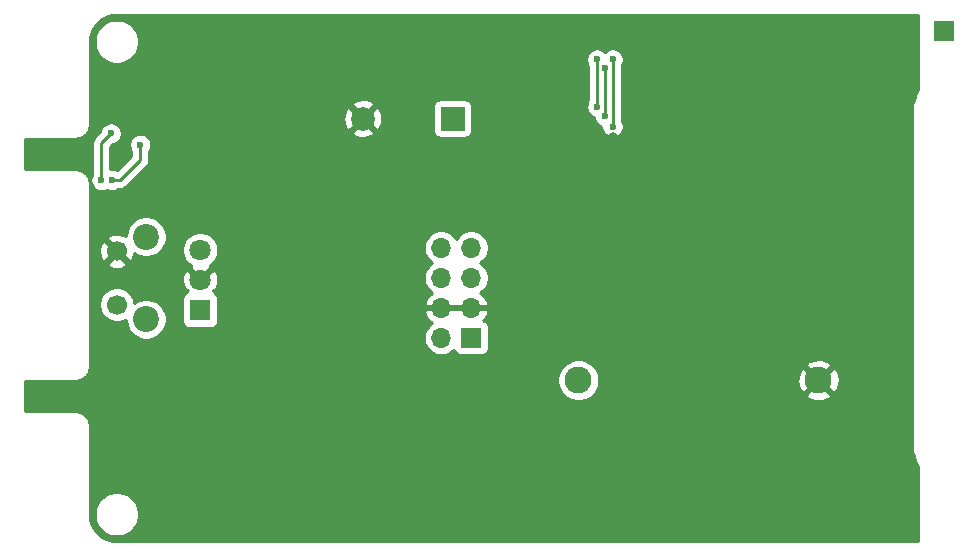
<source format=gbr>
G04 #@! TF.GenerationSoftware,KiCad,Pcbnew,5.1.8-db9833491~87~ubuntu20.04.1*
G04 #@! TF.CreationDate,2020-11-19T10:24:25+01:00*
G04 #@! TF.ProjectId,malory,6d616c6f-7279-42e6-9b69-6361645f7063,v1.0*
G04 #@! TF.SameCoordinates,Original*
G04 #@! TF.FileFunction,Copper,L2,Bot*
G04 #@! TF.FilePolarity,Positive*
%FSLAX46Y46*%
G04 Gerber Fmt 4.6, Leading zero omitted, Abs format (unit mm)*
G04 Created by KiCad (PCBNEW 5.1.8-db9833491~87~ubuntu20.04.1) date 2020-11-19 10:24:25*
%MOMM*%
%LPD*%
G01*
G04 APERTURE LIST*
G04 #@! TA.AperFunction,ComponentPad*
%ADD10R,2.000000X2.000000*%
G04 #@! TD*
G04 #@! TA.AperFunction,ComponentPad*
%ADD11C,2.000000*%
G04 #@! TD*
G04 #@! TA.AperFunction,ComponentPad*
%ADD12R,1.800000X1.800000*%
G04 #@! TD*
G04 #@! TA.AperFunction,ComponentPad*
%ADD13C,1.800000*%
G04 #@! TD*
G04 #@! TA.AperFunction,ComponentPad*
%ADD14R,1.700000X1.700000*%
G04 #@! TD*
G04 #@! TA.AperFunction,ComponentPad*
%ADD15O,1.700000X1.700000*%
G04 #@! TD*
G04 #@! TA.AperFunction,ComponentPad*
%ADD16C,2.286000*%
G04 #@! TD*
G04 #@! TA.AperFunction,ComponentPad*
%ADD17C,2.200000*%
G04 #@! TD*
G04 #@! TA.AperFunction,ComponentPad*
%ADD18C,1.700000*%
G04 #@! TD*
G04 #@! TA.AperFunction,ViaPad*
%ADD19C,0.800000*%
G04 #@! TD*
G04 #@! TA.AperFunction,ViaPad*
%ADD20C,0.600000*%
G04 #@! TD*
G04 #@! TA.AperFunction,Conductor*
%ADD21C,0.250000*%
G04 #@! TD*
G04 #@! TA.AperFunction,Conductor*
%ADD22C,0.254000*%
G04 #@! TD*
G04 #@! TA.AperFunction,Conductor*
%ADD23C,0.100000*%
G04 #@! TD*
G04 APERTURE END LIST*
D10*
X140930000Y-89000000D03*
D11*
X133330000Y-89000000D03*
D12*
X119570000Y-105210000D03*
D13*
X119570000Y-102670000D03*
X119570000Y-100130000D03*
D14*
X182500000Y-81610000D03*
X142510000Y-107560000D03*
D15*
X139970000Y-107560000D03*
X142510000Y-105020000D03*
X139970000Y-105020000D03*
X142510000Y-102480000D03*
X139970000Y-102480000D03*
X142510000Y-99940000D03*
X139970000Y-99940000D03*
D16*
X171910000Y-111160000D03*
X151590000Y-111160000D03*
D17*
X115000000Y-99000000D03*
X115000000Y-106000000D03*
D18*
X112500000Y-100250000D03*
X112500000Y-104750000D03*
D19*
X161950000Y-82020000D03*
X161939999Y-95980000D03*
D20*
X109500000Y-91285010D03*
D19*
X150750000Y-98630000D03*
D20*
X106517247Y-91429808D03*
X105630000Y-112749998D03*
D19*
X110999996Y-114325000D03*
X154450000Y-96870004D03*
X178040000Y-83119996D03*
X158950000Y-87100000D03*
X154475000Y-90600000D03*
X157750000Y-93700000D03*
X114100000Y-114325000D03*
D20*
X153175000Y-84000000D03*
X153175000Y-88000000D03*
X153825000Y-88800000D03*
X153825000Y-84700000D03*
X154475000Y-84000000D03*
X154475000Y-89675000D03*
X112000000Y-90259998D03*
X111200000Y-94200000D03*
X112100000Y-94200000D03*
X114490004Y-91210000D03*
D21*
X153175000Y-88000000D02*
X153175000Y-84000000D01*
X153825000Y-88800000D02*
X153825000Y-84700000D01*
X154475000Y-84424998D02*
X154475000Y-84000000D01*
X154475000Y-89675000D02*
X154475000Y-84424998D01*
X111200000Y-91059998D02*
X111200000Y-93775736D01*
X111200000Y-93775736D02*
X111200000Y-94200000D01*
X112000000Y-90259998D02*
X111200000Y-91059998D01*
X114500000Y-91219996D02*
X114490004Y-91210000D01*
X114500000Y-92500000D02*
X114500000Y-91219996D01*
X112100000Y-94200000D02*
X112800000Y-94200000D01*
X112800000Y-94200000D02*
X114500000Y-92500000D01*
D22*
X180373000Y-86509026D02*
X180099469Y-87023465D01*
X180074952Y-87082947D01*
X180049596Y-87142107D01*
X180046665Y-87151577D01*
X179877438Y-87712085D01*
X179864937Y-87775221D01*
X179851560Y-87838154D01*
X179850524Y-87848013D01*
X179793439Y-88430210D01*
X179790000Y-88465124D01*
X179790001Y-116534877D01*
X179793125Y-116566601D01*
X179792995Y-116585293D01*
X179793962Y-116595159D01*
X179855163Y-117177449D01*
X179868104Y-117240493D01*
X179880161Y-117303697D01*
X179883025Y-117313179D01*
X179883026Y-117313186D01*
X179883029Y-117313192D01*
X180056164Y-117872501D01*
X180081093Y-117931805D01*
X180105206Y-117991487D01*
X180109860Y-118000239D01*
X180373000Y-118486908D01*
X180373000Y-124790000D01*
X112534721Y-124790000D01*
X112055867Y-124743048D01*
X111628647Y-124614063D01*
X111234616Y-124404554D01*
X110888786Y-124122501D01*
X110604328Y-123778651D01*
X110392073Y-123386093D01*
X110260109Y-122959788D01*
X110210000Y-122483036D01*
X110210000Y-122314344D01*
X110615000Y-122314344D01*
X110615000Y-122685656D01*
X110687439Y-123049834D01*
X110829534Y-123392882D01*
X111035825Y-123701618D01*
X111298382Y-123964175D01*
X111607118Y-124170466D01*
X111950166Y-124312561D01*
X112314344Y-124385000D01*
X112685656Y-124385000D01*
X113049834Y-124312561D01*
X113392882Y-124170466D01*
X113701618Y-123964175D01*
X113964175Y-123701618D01*
X114170466Y-123392882D01*
X114312561Y-123049834D01*
X114385000Y-122685656D01*
X114385000Y-122314344D01*
X114312561Y-121950166D01*
X114170466Y-121607118D01*
X113964175Y-121298382D01*
X113701618Y-121035825D01*
X113392882Y-120829534D01*
X113049834Y-120687439D01*
X112685656Y-120615000D01*
X112314344Y-120615000D01*
X111950166Y-120687439D01*
X111607118Y-120829534D01*
X111298382Y-121035825D01*
X111035825Y-121298382D01*
X110829534Y-121607118D01*
X110687439Y-121950166D01*
X110615000Y-122314344D01*
X110210000Y-122314344D01*
X110210000Y-114965123D01*
X110207045Y-114935123D01*
X110207066Y-114932161D01*
X110206099Y-114922295D01*
X110201061Y-114874363D01*
X110199727Y-114860816D01*
X110199590Y-114860364D01*
X110195899Y-114825247D01*
X110182958Y-114762203D01*
X110170901Y-114698999D01*
X110168036Y-114689509D01*
X110139180Y-114596290D01*
X110114253Y-114536991D01*
X110090135Y-114477298D01*
X110085481Y-114468545D01*
X110039068Y-114382708D01*
X110003102Y-114329388D01*
X109967848Y-114275514D01*
X109961582Y-114267832D01*
X109899381Y-114192643D01*
X109853731Y-114147311D01*
X109808701Y-114101327D01*
X109801062Y-114095008D01*
X109725441Y-114033332D01*
X109671853Y-113997728D01*
X109618738Y-113961359D01*
X109610017Y-113956644D01*
X109523856Y-113910832D01*
X109464388Y-113886321D01*
X109405220Y-113860962D01*
X109395751Y-113858031D01*
X109302333Y-113829826D01*
X109239213Y-113817328D01*
X109176257Y-113803946D01*
X109166398Y-113802910D01*
X109069281Y-113793388D01*
X109069277Y-113793388D01*
X109034877Y-113790000D01*
X104710000Y-113790000D01*
X104710000Y-111210000D01*
X109034877Y-111210000D01*
X109064877Y-111207045D01*
X109067839Y-111207066D01*
X109077705Y-111206099D01*
X109125645Y-111201060D01*
X109139184Y-111199727D01*
X109139636Y-111199590D01*
X109174754Y-111195899D01*
X109237811Y-111182955D01*
X109301001Y-111170901D01*
X109310491Y-111168036D01*
X109403710Y-111139180D01*
X109463021Y-111114248D01*
X109522702Y-111090135D01*
X109531454Y-111085481D01*
X109617292Y-111039068D01*
X109670612Y-111003102D01*
X109698455Y-110984882D01*
X149812000Y-110984882D01*
X149812000Y-111335118D01*
X149880328Y-111678623D01*
X150014357Y-112002199D01*
X150208937Y-112293409D01*
X150456591Y-112541063D01*
X150747801Y-112735643D01*
X151071377Y-112869672D01*
X151414882Y-112938000D01*
X151765118Y-112938000D01*
X152108623Y-112869672D01*
X152432199Y-112735643D01*
X152723409Y-112541063D01*
X152867112Y-112397360D01*
X170852245Y-112397360D01*
X170965264Y-112676384D01*
X171279249Y-112831556D01*
X171617473Y-112922491D01*
X171966938Y-112945694D01*
X172314216Y-112900275D01*
X172645960Y-112787977D01*
X172854736Y-112676384D01*
X172967755Y-112397360D01*
X171910000Y-111339605D01*
X170852245Y-112397360D01*
X152867112Y-112397360D01*
X152971063Y-112293409D01*
X153165643Y-112002199D01*
X153299672Y-111678623D01*
X153368000Y-111335118D01*
X153368000Y-111216938D01*
X170124306Y-111216938D01*
X170169725Y-111564216D01*
X170282023Y-111895960D01*
X170393616Y-112104736D01*
X170672640Y-112217755D01*
X171730395Y-111160000D01*
X172089605Y-111160000D01*
X173147360Y-112217755D01*
X173426384Y-112104736D01*
X173581556Y-111790751D01*
X173672491Y-111452527D01*
X173695694Y-111103062D01*
X173650275Y-110755784D01*
X173537977Y-110424040D01*
X173426384Y-110215264D01*
X173147360Y-110102245D01*
X172089605Y-111160000D01*
X171730395Y-111160000D01*
X170672640Y-110102245D01*
X170393616Y-110215264D01*
X170238444Y-110529249D01*
X170147509Y-110867473D01*
X170124306Y-111216938D01*
X153368000Y-111216938D01*
X153368000Y-110984882D01*
X153299672Y-110641377D01*
X153165643Y-110317801D01*
X152971063Y-110026591D01*
X152867112Y-109922640D01*
X170852245Y-109922640D01*
X171910000Y-110980395D01*
X172967755Y-109922640D01*
X172854736Y-109643616D01*
X172540751Y-109488444D01*
X172202527Y-109397509D01*
X171853062Y-109374306D01*
X171505784Y-109419725D01*
X171174040Y-109532023D01*
X170965264Y-109643616D01*
X170852245Y-109922640D01*
X152867112Y-109922640D01*
X152723409Y-109778937D01*
X152432199Y-109584357D01*
X152108623Y-109450328D01*
X151765118Y-109382000D01*
X151414882Y-109382000D01*
X151071377Y-109450328D01*
X150747801Y-109584357D01*
X150456591Y-109778937D01*
X150208937Y-110026591D01*
X150014357Y-110317801D01*
X149880328Y-110641377D01*
X149812000Y-110984882D01*
X109698455Y-110984882D01*
X109724486Y-110967848D01*
X109732168Y-110961583D01*
X109807357Y-110899381D01*
X109852689Y-110853731D01*
X109898673Y-110808701D01*
X109904992Y-110801062D01*
X109966668Y-110725441D01*
X110002272Y-110671853D01*
X110038641Y-110618738D01*
X110043356Y-110610017D01*
X110089168Y-110523856D01*
X110113679Y-110464388D01*
X110139038Y-110405220D01*
X110141969Y-110395751D01*
X110170174Y-110302333D01*
X110182672Y-110239213D01*
X110196054Y-110176257D01*
X110197090Y-110166398D01*
X110206612Y-110069281D01*
X110206612Y-110069277D01*
X110210000Y-110034877D01*
X110210000Y-104603740D01*
X111015000Y-104603740D01*
X111015000Y-104896260D01*
X111072068Y-105183158D01*
X111184010Y-105453411D01*
X111346525Y-105696632D01*
X111553368Y-105903475D01*
X111796589Y-106065990D01*
X112066842Y-106177932D01*
X112353740Y-106235000D01*
X112646260Y-106235000D01*
X112933158Y-106177932D01*
X113203411Y-106065990D01*
X113265000Y-106024838D01*
X113265000Y-106170883D01*
X113331675Y-106506081D01*
X113462463Y-106821831D01*
X113652337Y-107105998D01*
X113894002Y-107347663D01*
X114178169Y-107537537D01*
X114493919Y-107668325D01*
X114829117Y-107735000D01*
X115170883Y-107735000D01*
X115506081Y-107668325D01*
X115821831Y-107537537D01*
X116007106Y-107413740D01*
X138485000Y-107413740D01*
X138485000Y-107706260D01*
X138542068Y-107993158D01*
X138654010Y-108263411D01*
X138816525Y-108506632D01*
X139023368Y-108713475D01*
X139266589Y-108875990D01*
X139536842Y-108987932D01*
X139823740Y-109045000D01*
X140116260Y-109045000D01*
X140403158Y-108987932D01*
X140673411Y-108875990D01*
X140916632Y-108713475D01*
X141048487Y-108581620D01*
X141070498Y-108654180D01*
X141129463Y-108764494D01*
X141208815Y-108861185D01*
X141305506Y-108940537D01*
X141415820Y-108999502D01*
X141535518Y-109035812D01*
X141660000Y-109048072D01*
X143360000Y-109048072D01*
X143484482Y-109035812D01*
X143604180Y-108999502D01*
X143714494Y-108940537D01*
X143811185Y-108861185D01*
X143890537Y-108764494D01*
X143949502Y-108654180D01*
X143985812Y-108534482D01*
X143998072Y-108410000D01*
X143998072Y-106710000D01*
X143985812Y-106585518D01*
X143949502Y-106465820D01*
X143890537Y-106355506D01*
X143811185Y-106258815D01*
X143714494Y-106179463D01*
X143604180Y-106120498D01*
X143523534Y-106096034D01*
X143607588Y-106020269D01*
X143781641Y-105786920D01*
X143906825Y-105524099D01*
X143951476Y-105376890D01*
X143830155Y-105147000D01*
X142637000Y-105147000D01*
X142637000Y-105167000D01*
X142383000Y-105167000D01*
X142383000Y-105147000D01*
X140097000Y-105147000D01*
X140097000Y-105167000D01*
X139843000Y-105167000D01*
X139843000Y-105147000D01*
X138649845Y-105147000D01*
X138528524Y-105376890D01*
X138573175Y-105524099D01*
X138698359Y-105786920D01*
X138872412Y-106020269D01*
X139088645Y-106215178D01*
X139205534Y-106284805D01*
X139023368Y-106406525D01*
X138816525Y-106613368D01*
X138654010Y-106856589D01*
X138542068Y-107126842D01*
X138485000Y-107413740D01*
X116007106Y-107413740D01*
X116105998Y-107347663D01*
X116347663Y-107105998D01*
X116537537Y-106821831D01*
X116668325Y-106506081D01*
X116735000Y-106170883D01*
X116735000Y-105829117D01*
X116668325Y-105493919D01*
X116537537Y-105178169D01*
X116347663Y-104894002D01*
X116105998Y-104652337D01*
X115821831Y-104462463D01*
X115506081Y-104331675D01*
X115170883Y-104265000D01*
X114829117Y-104265000D01*
X114493919Y-104331675D01*
X114178169Y-104462463D01*
X113982857Y-104592966D01*
X113927932Y-104316842D01*
X113815990Y-104046589D01*
X113653475Y-103803368D01*
X113446632Y-103596525D01*
X113203411Y-103434010D01*
X112933158Y-103322068D01*
X112646260Y-103265000D01*
X112353740Y-103265000D01*
X112066842Y-103322068D01*
X111796589Y-103434010D01*
X111553368Y-103596525D01*
X111346525Y-103803368D01*
X111184010Y-104046589D01*
X111072068Y-104316842D01*
X111015000Y-104603740D01*
X110210000Y-104603740D01*
X110210000Y-102736553D01*
X118029009Y-102736553D01*
X118071603Y-103035907D01*
X118171778Y-103321199D01*
X118251739Y-103470792D01*
X118505918Y-103554474D01*
X118389970Y-103670422D01*
X118436735Y-103717187D01*
X118425820Y-103720498D01*
X118315506Y-103779463D01*
X118218815Y-103858815D01*
X118139463Y-103955506D01*
X118080498Y-104065820D01*
X118044188Y-104185518D01*
X118031928Y-104310000D01*
X118031928Y-106110000D01*
X118044188Y-106234482D01*
X118080498Y-106354180D01*
X118139463Y-106464494D01*
X118218815Y-106561185D01*
X118315506Y-106640537D01*
X118425820Y-106699502D01*
X118545518Y-106735812D01*
X118670000Y-106748072D01*
X120470000Y-106748072D01*
X120594482Y-106735812D01*
X120714180Y-106699502D01*
X120824494Y-106640537D01*
X120921185Y-106561185D01*
X121000537Y-106464494D01*
X121059502Y-106354180D01*
X121095812Y-106234482D01*
X121108072Y-106110000D01*
X121108072Y-104310000D01*
X121095812Y-104185518D01*
X121059502Y-104065820D01*
X121000537Y-103955506D01*
X120921185Y-103858815D01*
X120824494Y-103779463D01*
X120714180Y-103720498D01*
X120703265Y-103717187D01*
X120750030Y-103670422D01*
X120634082Y-103554474D01*
X120888261Y-103470792D01*
X121019158Y-103198225D01*
X121094365Y-102905358D01*
X121110991Y-102603447D01*
X121068397Y-102304093D01*
X120968222Y-102018801D01*
X120888261Y-101869208D01*
X120634080Y-101785525D01*
X119749605Y-102670000D01*
X119763748Y-102684143D01*
X119584143Y-102863748D01*
X119570000Y-102849605D01*
X119555858Y-102863748D01*
X119376253Y-102684143D01*
X119390395Y-102670000D01*
X118505920Y-101785525D01*
X118251739Y-101869208D01*
X118120842Y-102141775D01*
X118045635Y-102434642D01*
X118029009Y-102736553D01*
X110210000Y-102736553D01*
X110210000Y-101278397D01*
X111651208Y-101278397D01*
X111728843Y-101527472D01*
X111992883Y-101653371D01*
X112276411Y-101725339D01*
X112568531Y-101740611D01*
X112858019Y-101698599D01*
X113133747Y-101600919D01*
X113271157Y-101527472D01*
X113348792Y-101278397D01*
X112500000Y-100429605D01*
X111651208Y-101278397D01*
X110210000Y-101278397D01*
X110210000Y-100318531D01*
X111009389Y-100318531D01*
X111051401Y-100608019D01*
X111149081Y-100883747D01*
X111222528Y-101021157D01*
X111471603Y-101098792D01*
X112320395Y-100250000D01*
X111471603Y-99401208D01*
X111222528Y-99478843D01*
X111096629Y-99742883D01*
X111024661Y-100026411D01*
X111009389Y-100318531D01*
X110210000Y-100318531D01*
X110210000Y-99221603D01*
X111651208Y-99221603D01*
X112500000Y-100070395D01*
X112514143Y-100056253D01*
X112693748Y-100235858D01*
X112679605Y-100250000D01*
X113528397Y-101098792D01*
X113777472Y-101021157D01*
X113903371Y-100757117D01*
X113975339Y-100473589D01*
X113978955Y-100404427D01*
X114178169Y-100537537D01*
X114493919Y-100668325D01*
X114829117Y-100735000D01*
X115170883Y-100735000D01*
X115506081Y-100668325D01*
X115821831Y-100537537D01*
X116105998Y-100347663D01*
X116347663Y-100105998D01*
X116432643Y-99978816D01*
X118035000Y-99978816D01*
X118035000Y-100281184D01*
X118093989Y-100577743D01*
X118209701Y-100857095D01*
X118377688Y-101108505D01*
X118591495Y-101322312D01*
X118745105Y-101424951D01*
X118685525Y-101605920D01*
X119570000Y-102490395D01*
X120454475Y-101605920D01*
X120394895Y-101424951D01*
X120548505Y-101322312D01*
X120762312Y-101108505D01*
X120930299Y-100857095D01*
X121046011Y-100577743D01*
X121105000Y-100281184D01*
X121105000Y-99978816D01*
X121068187Y-99793740D01*
X138485000Y-99793740D01*
X138485000Y-100086260D01*
X138542068Y-100373158D01*
X138654010Y-100643411D01*
X138816525Y-100886632D01*
X139023368Y-101093475D01*
X139197760Y-101210000D01*
X139023368Y-101326525D01*
X138816525Y-101533368D01*
X138654010Y-101776589D01*
X138542068Y-102046842D01*
X138485000Y-102333740D01*
X138485000Y-102626260D01*
X138542068Y-102913158D01*
X138654010Y-103183411D01*
X138816525Y-103426632D01*
X139023368Y-103633475D01*
X139205534Y-103755195D01*
X139088645Y-103824822D01*
X138872412Y-104019731D01*
X138698359Y-104253080D01*
X138573175Y-104515901D01*
X138528524Y-104663110D01*
X138649845Y-104893000D01*
X139843000Y-104893000D01*
X139843000Y-104873000D01*
X140097000Y-104873000D01*
X140097000Y-104893000D01*
X142383000Y-104893000D01*
X142383000Y-104873000D01*
X142637000Y-104873000D01*
X142637000Y-104893000D01*
X143830155Y-104893000D01*
X143951476Y-104663110D01*
X143906825Y-104515901D01*
X143781641Y-104253080D01*
X143607588Y-104019731D01*
X143391355Y-103824822D01*
X143274466Y-103755195D01*
X143456632Y-103633475D01*
X143663475Y-103426632D01*
X143825990Y-103183411D01*
X143937932Y-102913158D01*
X143995000Y-102626260D01*
X143995000Y-102333740D01*
X143937932Y-102046842D01*
X143825990Y-101776589D01*
X143663475Y-101533368D01*
X143456632Y-101326525D01*
X143282240Y-101210000D01*
X143456632Y-101093475D01*
X143663475Y-100886632D01*
X143825990Y-100643411D01*
X143937932Y-100373158D01*
X143995000Y-100086260D01*
X143995000Y-99793740D01*
X143937932Y-99506842D01*
X143825990Y-99236589D01*
X143663475Y-98993368D01*
X143456632Y-98786525D01*
X143213411Y-98624010D01*
X142943158Y-98512068D01*
X142656260Y-98455000D01*
X142363740Y-98455000D01*
X142076842Y-98512068D01*
X141806589Y-98624010D01*
X141563368Y-98786525D01*
X141356525Y-98993368D01*
X141240000Y-99167760D01*
X141123475Y-98993368D01*
X140916632Y-98786525D01*
X140673411Y-98624010D01*
X140403158Y-98512068D01*
X140116260Y-98455000D01*
X139823740Y-98455000D01*
X139536842Y-98512068D01*
X139266589Y-98624010D01*
X139023368Y-98786525D01*
X138816525Y-98993368D01*
X138654010Y-99236589D01*
X138542068Y-99506842D01*
X138485000Y-99793740D01*
X121068187Y-99793740D01*
X121046011Y-99682257D01*
X120930299Y-99402905D01*
X120762312Y-99151495D01*
X120548505Y-98937688D01*
X120297095Y-98769701D01*
X120017743Y-98653989D01*
X119721184Y-98595000D01*
X119418816Y-98595000D01*
X119122257Y-98653989D01*
X118842905Y-98769701D01*
X118591495Y-98937688D01*
X118377688Y-99151495D01*
X118209701Y-99402905D01*
X118093989Y-99682257D01*
X118035000Y-99978816D01*
X116432643Y-99978816D01*
X116537537Y-99821831D01*
X116668325Y-99506081D01*
X116735000Y-99170883D01*
X116735000Y-98829117D01*
X116668325Y-98493919D01*
X116537537Y-98178169D01*
X116347663Y-97894002D01*
X116105998Y-97652337D01*
X115821831Y-97462463D01*
X115506081Y-97331675D01*
X115170883Y-97265000D01*
X114829117Y-97265000D01*
X114493919Y-97331675D01*
X114178169Y-97462463D01*
X113894002Y-97652337D01*
X113652337Y-97894002D01*
X113462463Y-98178169D01*
X113331675Y-98493919D01*
X113265000Y-98829117D01*
X113265000Y-98969592D01*
X113007117Y-98846629D01*
X112723589Y-98774661D01*
X112431469Y-98759389D01*
X112141981Y-98801401D01*
X111866253Y-98899081D01*
X111728843Y-98972528D01*
X111651208Y-99221603D01*
X110210000Y-99221603D01*
X110210000Y-94465123D01*
X110207045Y-94435123D01*
X110207066Y-94432161D01*
X110206099Y-94422295D01*
X110201061Y-94374363D01*
X110199727Y-94360816D01*
X110199590Y-94360364D01*
X110195899Y-94325247D01*
X110182958Y-94262203D01*
X110170901Y-94198999D01*
X110168036Y-94189509D01*
X110142778Y-94107911D01*
X110265000Y-94107911D01*
X110265000Y-94292089D01*
X110300932Y-94472729D01*
X110371414Y-94642889D01*
X110473738Y-94796028D01*
X110603972Y-94926262D01*
X110757111Y-95028586D01*
X110927271Y-95099068D01*
X111107911Y-95135000D01*
X111292089Y-95135000D01*
X111472729Y-95099068D01*
X111642889Y-95028586D01*
X111650000Y-95023835D01*
X111657111Y-95028586D01*
X111827271Y-95099068D01*
X112007911Y-95135000D01*
X112192089Y-95135000D01*
X112372729Y-95099068D01*
X112542889Y-95028586D01*
X112645535Y-94960000D01*
X112762678Y-94960000D01*
X112800000Y-94963676D01*
X112837322Y-94960000D01*
X112837333Y-94960000D01*
X112948986Y-94949003D01*
X113092247Y-94905546D01*
X113224276Y-94834974D01*
X113340001Y-94740001D01*
X113363804Y-94710997D01*
X115011004Y-93063798D01*
X115040001Y-93040001D01*
X115083378Y-92987146D01*
X115134974Y-92924277D01*
X115205546Y-92792247D01*
X115206226Y-92790004D01*
X115249003Y-92648986D01*
X115260000Y-92537333D01*
X115260000Y-92537324D01*
X115263676Y-92500001D01*
X115260000Y-92462678D01*
X115260000Y-91740575D01*
X115318590Y-91652889D01*
X115389072Y-91482729D01*
X115425004Y-91302089D01*
X115425004Y-91117911D01*
X115389072Y-90937271D01*
X115318590Y-90767111D01*
X115216266Y-90613972D01*
X115086032Y-90483738D01*
X114932893Y-90381414D01*
X114762733Y-90310932D01*
X114582093Y-90275000D01*
X114397915Y-90275000D01*
X114217275Y-90310932D01*
X114047115Y-90381414D01*
X113893976Y-90483738D01*
X113763742Y-90613972D01*
X113661418Y-90767111D01*
X113590936Y-90937271D01*
X113555004Y-91117911D01*
X113555004Y-91302089D01*
X113590936Y-91482729D01*
X113661418Y-91652889D01*
X113740001Y-91770496D01*
X113740000Y-92185198D01*
X112549421Y-93375778D01*
X112542889Y-93371414D01*
X112372729Y-93300932D01*
X112192089Y-93265000D01*
X112007911Y-93265000D01*
X111960000Y-93274530D01*
X111960000Y-91374799D01*
X112151649Y-91183151D01*
X112272729Y-91159066D01*
X112442889Y-91088584D01*
X112596028Y-90986260D01*
X112726262Y-90856026D01*
X112828586Y-90702887D01*
X112899068Y-90532727D01*
X112935000Y-90352087D01*
X112935000Y-90167909D01*
X112928537Y-90135413D01*
X132374192Y-90135413D01*
X132469956Y-90399814D01*
X132759571Y-90540704D01*
X133071108Y-90622384D01*
X133392595Y-90641718D01*
X133711675Y-90597961D01*
X134016088Y-90492795D01*
X134190044Y-90399814D01*
X134285808Y-90135413D01*
X133330000Y-89179605D01*
X132374192Y-90135413D01*
X112928537Y-90135413D01*
X112899068Y-89987269D01*
X112828586Y-89817109D01*
X112726262Y-89663970D01*
X112596028Y-89533736D01*
X112442889Y-89431412D01*
X112272729Y-89360930D01*
X112092089Y-89324998D01*
X111907911Y-89324998D01*
X111727271Y-89360930D01*
X111557111Y-89431412D01*
X111403972Y-89533736D01*
X111273738Y-89663970D01*
X111171414Y-89817109D01*
X111100932Y-89987269D01*
X111076848Y-90108348D01*
X110689002Y-90496195D01*
X110659999Y-90519997D01*
X110614838Y-90575026D01*
X110565026Y-90635722D01*
X110511316Y-90736205D01*
X110494454Y-90767752D01*
X110450997Y-90911013D01*
X110440000Y-91022666D01*
X110440000Y-91022676D01*
X110436324Y-91059998D01*
X110440000Y-91097321D01*
X110440001Y-93654463D01*
X110371414Y-93757111D01*
X110300932Y-93927271D01*
X110265000Y-94107911D01*
X110142778Y-94107911D01*
X110139180Y-94096290D01*
X110114253Y-94036991D01*
X110090135Y-93977298D01*
X110085481Y-93968545D01*
X110039068Y-93882708D01*
X110003102Y-93829388D01*
X109967848Y-93775514D01*
X109961582Y-93767832D01*
X109899381Y-93692643D01*
X109853731Y-93647311D01*
X109808701Y-93601327D01*
X109801062Y-93595008D01*
X109725441Y-93533332D01*
X109671853Y-93497728D01*
X109618738Y-93461359D01*
X109610017Y-93456644D01*
X109523856Y-93410832D01*
X109464388Y-93386321D01*
X109405220Y-93360962D01*
X109395751Y-93358031D01*
X109302333Y-93329826D01*
X109239213Y-93317328D01*
X109176257Y-93303946D01*
X109166398Y-93302910D01*
X109069281Y-93293388D01*
X109069277Y-93293388D01*
X109034877Y-93290000D01*
X104710000Y-93290000D01*
X104710000Y-90710000D01*
X109034877Y-90710000D01*
X109064877Y-90707045D01*
X109067839Y-90707066D01*
X109077705Y-90706099D01*
X109125645Y-90701060D01*
X109139184Y-90699727D01*
X109139636Y-90699590D01*
X109174754Y-90695899D01*
X109237811Y-90682955D01*
X109301001Y-90670901D01*
X109310491Y-90668036D01*
X109403710Y-90639180D01*
X109463021Y-90614248D01*
X109522702Y-90590135D01*
X109531454Y-90585481D01*
X109617292Y-90539068D01*
X109670612Y-90503102D01*
X109724486Y-90467848D01*
X109732168Y-90461583D01*
X109807357Y-90399381D01*
X109852689Y-90353731D01*
X109898673Y-90308701D01*
X109904992Y-90301062D01*
X109966668Y-90225441D01*
X110002272Y-90171853D01*
X110038641Y-90118738D01*
X110043356Y-90110017D01*
X110089168Y-90023856D01*
X110113679Y-89964388D01*
X110139038Y-89905220D01*
X110141969Y-89895751D01*
X110170174Y-89802333D01*
X110182672Y-89739213D01*
X110196054Y-89676257D01*
X110197090Y-89666398D01*
X110206612Y-89569281D01*
X110206612Y-89569277D01*
X110210000Y-89534877D01*
X110210000Y-89062595D01*
X131688282Y-89062595D01*
X131732039Y-89381675D01*
X131837205Y-89686088D01*
X131930186Y-89860044D01*
X132194587Y-89955808D01*
X133150395Y-89000000D01*
X133509605Y-89000000D01*
X134465413Y-89955808D01*
X134729814Y-89860044D01*
X134870704Y-89570429D01*
X134952384Y-89258892D01*
X134971718Y-88937405D01*
X134927961Y-88618325D01*
X134822795Y-88313912D01*
X134729814Y-88139956D01*
X134465413Y-88044192D01*
X133509605Y-89000000D01*
X133150395Y-89000000D01*
X132194587Y-88044192D01*
X131930186Y-88139956D01*
X131789296Y-88429571D01*
X131707616Y-88741108D01*
X131688282Y-89062595D01*
X110210000Y-89062595D01*
X110210000Y-87864587D01*
X132374192Y-87864587D01*
X133330000Y-88820395D01*
X134150395Y-88000000D01*
X139291928Y-88000000D01*
X139291928Y-90000000D01*
X139304188Y-90124482D01*
X139340498Y-90244180D01*
X139399463Y-90354494D01*
X139478815Y-90451185D01*
X139575506Y-90530537D01*
X139685820Y-90589502D01*
X139805518Y-90625812D01*
X139930000Y-90638072D01*
X141930000Y-90638072D01*
X142054482Y-90625812D01*
X142174180Y-90589502D01*
X142284494Y-90530537D01*
X142381185Y-90451185D01*
X142460537Y-90354494D01*
X142519502Y-90244180D01*
X142555812Y-90124482D01*
X142568072Y-90000000D01*
X142568072Y-88000000D01*
X142555812Y-87875518D01*
X142519502Y-87755820D01*
X142460537Y-87645506D01*
X142381185Y-87548815D01*
X142284494Y-87469463D01*
X142174180Y-87410498D01*
X142054482Y-87374188D01*
X141930000Y-87361928D01*
X139930000Y-87361928D01*
X139805518Y-87374188D01*
X139685820Y-87410498D01*
X139575506Y-87469463D01*
X139478815Y-87548815D01*
X139399463Y-87645506D01*
X139340498Y-87755820D01*
X139304188Y-87875518D01*
X139291928Y-88000000D01*
X134150395Y-88000000D01*
X134285808Y-87864587D01*
X134190044Y-87600186D01*
X133900429Y-87459296D01*
X133588892Y-87377616D01*
X133267405Y-87358282D01*
X132948325Y-87402039D01*
X132643912Y-87507205D01*
X132469956Y-87600186D01*
X132374192Y-87864587D01*
X110210000Y-87864587D01*
X110210000Y-82534721D01*
X110231608Y-82314344D01*
X110615000Y-82314344D01*
X110615000Y-82685656D01*
X110687439Y-83049834D01*
X110829534Y-83392882D01*
X111035825Y-83701618D01*
X111298382Y-83964175D01*
X111607118Y-84170466D01*
X111950166Y-84312561D01*
X112314344Y-84385000D01*
X112685656Y-84385000D01*
X113049834Y-84312561D01*
X113392882Y-84170466D01*
X113701618Y-83964175D01*
X113757882Y-83907911D01*
X152240000Y-83907911D01*
X152240000Y-84092089D01*
X152275932Y-84272729D01*
X152346414Y-84442889D01*
X152415001Y-84545537D01*
X152415000Y-87454464D01*
X152346414Y-87557111D01*
X152275932Y-87727271D01*
X152240000Y-87907911D01*
X152240000Y-88092089D01*
X152275932Y-88272729D01*
X152346414Y-88442889D01*
X152448738Y-88596028D01*
X152578972Y-88726262D01*
X152732111Y-88828586D01*
X152890411Y-88894155D01*
X152925932Y-89072729D01*
X152996414Y-89242889D01*
X153098738Y-89396028D01*
X153228972Y-89526262D01*
X153382111Y-89628586D01*
X153540000Y-89693985D01*
X153540000Y-89767089D01*
X153575932Y-89947729D01*
X153646414Y-90117889D01*
X153748738Y-90271028D01*
X153878972Y-90401262D01*
X154032111Y-90503586D01*
X154202271Y-90574068D01*
X154382911Y-90610000D01*
X154567089Y-90610000D01*
X154747729Y-90574068D01*
X154917889Y-90503586D01*
X155071028Y-90401262D01*
X155201262Y-90271028D01*
X155303586Y-90117889D01*
X155374068Y-89947729D01*
X155410000Y-89767089D01*
X155410000Y-89582911D01*
X155374068Y-89402271D01*
X155303586Y-89232111D01*
X155235000Y-89129465D01*
X155235000Y-84545535D01*
X155303586Y-84442889D01*
X155374068Y-84272729D01*
X155410000Y-84092089D01*
X155410000Y-83907911D01*
X155374068Y-83727271D01*
X155303586Y-83557111D01*
X155201262Y-83403972D01*
X155071028Y-83273738D01*
X154917889Y-83171414D01*
X154747729Y-83100932D01*
X154567089Y-83065000D01*
X154382911Y-83065000D01*
X154202271Y-83100932D01*
X154032111Y-83171414D01*
X153878972Y-83273738D01*
X153825000Y-83327710D01*
X153771028Y-83273738D01*
X153617889Y-83171414D01*
X153447729Y-83100932D01*
X153267089Y-83065000D01*
X153082911Y-83065000D01*
X152902271Y-83100932D01*
X152732111Y-83171414D01*
X152578972Y-83273738D01*
X152448738Y-83403972D01*
X152346414Y-83557111D01*
X152275932Y-83727271D01*
X152240000Y-83907911D01*
X113757882Y-83907911D01*
X113964175Y-83701618D01*
X114170466Y-83392882D01*
X114312561Y-83049834D01*
X114385000Y-82685656D01*
X114385000Y-82314344D01*
X114312561Y-81950166D01*
X114170466Y-81607118D01*
X113964175Y-81298382D01*
X113701618Y-81035825D01*
X113392882Y-80829534D01*
X113049834Y-80687439D01*
X112685656Y-80615000D01*
X112314344Y-80615000D01*
X111950166Y-80687439D01*
X111607118Y-80829534D01*
X111298382Y-81035825D01*
X111035825Y-81298382D01*
X110829534Y-81607118D01*
X110687439Y-81950166D01*
X110615000Y-82314344D01*
X110231608Y-82314344D01*
X110256953Y-82055866D01*
X110385938Y-81628645D01*
X110595446Y-81234616D01*
X110877499Y-80888786D01*
X111221351Y-80604327D01*
X111613910Y-80392071D01*
X112040213Y-80260108D01*
X112516964Y-80210000D01*
X180373000Y-80210000D01*
X180373000Y-86509026D01*
G04 #@! TA.AperFunction,Conductor*
D23*
G36*
X180373000Y-86509026D02*
G01*
X180099469Y-87023465D01*
X180074952Y-87082947D01*
X180049596Y-87142107D01*
X180046665Y-87151577D01*
X179877438Y-87712085D01*
X179864937Y-87775221D01*
X179851560Y-87838154D01*
X179850524Y-87848013D01*
X179793439Y-88430210D01*
X179790000Y-88465124D01*
X179790001Y-116534877D01*
X179793125Y-116566601D01*
X179792995Y-116585293D01*
X179793962Y-116595159D01*
X179855163Y-117177449D01*
X179868104Y-117240493D01*
X179880161Y-117303697D01*
X179883025Y-117313179D01*
X179883026Y-117313186D01*
X179883029Y-117313192D01*
X180056164Y-117872501D01*
X180081093Y-117931805D01*
X180105206Y-117991487D01*
X180109860Y-118000239D01*
X180373000Y-118486908D01*
X180373000Y-124790000D01*
X112534721Y-124790000D01*
X112055867Y-124743048D01*
X111628647Y-124614063D01*
X111234616Y-124404554D01*
X110888786Y-124122501D01*
X110604328Y-123778651D01*
X110392073Y-123386093D01*
X110260109Y-122959788D01*
X110210000Y-122483036D01*
X110210000Y-122314344D01*
X110615000Y-122314344D01*
X110615000Y-122685656D01*
X110687439Y-123049834D01*
X110829534Y-123392882D01*
X111035825Y-123701618D01*
X111298382Y-123964175D01*
X111607118Y-124170466D01*
X111950166Y-124312561D01*
X112314344Y-124385000D01*
X112685656Y-124385000D01*
X113049834Y-124312561D01*
X113392882Y-124170466D01*
X113701618Y-123964175D01*
X113964175Y-123701618D01*
X114170466Y-123392882D01*
X114312561Y-123049834D01*
X114385000Y-122685656D01*
X114385000Y-122314344D01*
X114312561Y-121950166D01*
X114170466Y-121607118D01*
X113964175Y-121298382D01*
X113701618Y-121035825D01*
X113392882Y-120829534D01*
X113049834Y-120687439D01*
X112685656Y-120615000D01*
X112314344Y-120615000D01*
X111950166Y-120687439D01*
X111607118Y-120829534D01*
X111298382Y-121035825D01*
X111035825Y-121298382D01*
X110829534Y-121607118D01*
X110687439Y-121950166D01*
X110615000Y-122314344D01*
X110210000Y-122314344D01*
X110210000Y-114965123D01*
X110207045Y-114935123D01*
X110207066Y-114932161D01*
X110206099Y-114922295D01*
X110201061Y-114874363D01*
X110199727Y-114860816D01*
X110199590Y-114860364D01*
X110195899Y-114825247D01*
X110182958Y-114762203D01*
X110170901Y-114698999D01*
X110168036Y-114689509D01*
X110139180Y-114596290D01*
X110114253Y-114536991D01*
X110090135Y-114477298D01*
X110085481Y-114468545D01*
X110039068Y-114382708D01*
X110003102Y-114329388D01*
X109967848Y-114275514D01*
X109961582Y-114267832D01*
X109899381Y-114192643D01*
X109853731Y-114147311D01*
X109808701Y-114101327D01*
X109801062Y-114095008D01*
X109725441Y-114033332D01*
X109671853Y-113997728D01*
X109618738Y-113961359D01*
X109610017Y-113956644D01*
X109523856Y-113910832D01*
X109464388Y-113886321D01*
X109405220Y-113860962D01*
X109395751Y-113858031D01*
X109302333Y-113829826D01*
X109239213Y-113817328D01*
X109176257Y-113803946D01*
X109166398Y-113802910D01*
X109069281Y-113793388D01*
X109069277Y-113793388D01*
X109034877Y-113790000D01*
X104710000Y-113790000D01*
X104710000Y-111210000D01*
X109034877Y-111210000D01*
X109064877Y-111207045D01*
X109067839Y-111207066D01*
X109077705Y-111206099D01*
X109125645Y-111201060D01*
X109139184Y-111199727D01*
X109139636Y-111199590D01*
X109174754Y-111195899D01*
X109237811Y-111182955D01*
X109301001Y-111170901D01*
X109310491Y-111168036D01*
X109403710Y-111139180D01*
X109463021Y-111114248D01*
X109522702Y-111090135D01*
X109531454Y-111085481D01*
X109617292Y-111039068D01*
X109670612Y-111003102D01*
X109698455Y-110984882D01*
X149812000Y-110984882D01*
X149812000Y-111335118D01*
X149880328Y-111678623D01*
X150014357Y-112002199D01*
X150208937Y-112293409D01*
X150456591Y-112541063D01*
X150747801Y-112735643D01*
X151071377Y-112869672D01*
X151414882Y-112938000D01*
X151765118Y-112938000D01*
X152108623Y-112869672D01*
X152432199Y-112735643D01*
X152723409Y-112541063D01*
X152867112Y-112397360D01*
X170852245Y-112397360D01*
X170965264Y-112676384D01*
X171279249Y-112831556D01*
X171617473Y-112922491D01*
X171966938Y-112945694D01*
X172314216Y-112900275D01*
X172645960Y-112787977D01*
X172854736Y-112676384D01*
X172967755Y-112397360D01*
X171910000Y-111339605D01*
X170852245Y-112397360D01*
X152867112Y-112397360D01*
X152971063Y-112293409D01*
X153165643Y-112002199D01*
X153299672Y-111678623D01*
X153368000Y-111335118D01*
X153368000Y-111216938D01*
X170124306Y-111216938D01*
X170169725Y-111564216D01*
X170282023Y-111895960D01*
X170393616Y-112104736D01*
X170672640Y-112217755D01*
X171730395Y-111160000D01*
X172089605Y-111160000D01*
X173147360Y-112217755D01*
X173426384Y-112104736D01*
X173581556Y-111790751D01*
X173672491Y-111452527D01*
X173695694Y-111103062D01*
X173650275Y-110755784D01*
X173537977Y-110424040D01*
X173426384Y-110215264D01*
X173147360Y-110102245D01*
X172089605Y-111160000D01*
X171730395Y-111160000D01*
X170672640Y-110102245D01*
X170393616Y-110215264D01*
X170238444Y-110529249D01*
X170147509Y-110867473D01*
X170124306Y-111216938D01*
X153368000Y-111216938D01*
X153368000Y-110984882D01*
X153299672Y-110641377D01*
X153165643Y-110317801D01*
X152971063Y-110026591D01*
X152867112Y-109922640D01*
X170852245Y-109922640D01*
X171910000Y-110980395D01*
X172967755Y-109922640D01*
X172854736Y-109643616D01*
X172540751Y-109488444D01*
X172202527Y-109397509D01*
X171853062Y-109374306D01*
X171505784Y-109419725D01*
X171174040Y-109532023D01*
X170965264Y-109643616D01*
X170852245Y-109922640D01*
X152867112Y-109922640D01*
X152723409Y-109778937D01*
X152432199Y-109584357D01*
X152108623Y-109450328D01*
X151765118Y-109382000D01*
X151414882Y-109382000D01*
X151071377Y-109450328D01*
X150747801Y-109584357D01*
X150456591Y-109778937D01*
X150208937Y-110026591D01*
X150014357Y-110317801D01*
X149880328Y-110641377D01*
X149812000Y-110984882D01*
X109698455Y-110984882D01*
X109724486Y-110967848D01*
X109732168Y-110961583D01*
X109807357Y-110899381D01*
X109852689Y-110853731D01*
X109898673Y-110808701D01*
X109904992Y-110801062D01*
X109966668Y-110725441D01*
X110002272Y-110671853D01*
X110038641Y-110618738D01*
X110043356Y-110610017D01*
X110089168Y-110523856D01*
X110113679Y-110464388D01*
X110139038Y-110405220D01*
X110141969Y-110395751D01*
X110170174Y-110302333D01*
X110182672Y-110239213D01*
X110196054Y-110176257D01*
X110197090Y-110166398D01*
X110206612Y-110069281D01*
X110206612Y-110069277D01*
X110210000Y-110034877D01*
X110210000Y-104603740D01*
X111015000Y-104603740D01*
X111015000Y-104896260D01*
X111072068Y-105183158D01*
X111184010Y-105453411D01*
X111346525Y-105696632D01*
X111553368Y-105903475D01*
X111796589Y-106065990D01*
X112066842Y-106177932D01*
X112353740Y-106235000D01*
X112646260Y-106235000D01*
X112933158Y-106177932D01*
X113203411Y-106065990D01*
X113265000Y-106024838D01*
X113265000Y-106170883D01*
X113331675Y-106506081D01*
X113462463Y-106821831D01*
X113652337Y-107105998D01*
X113894002Y-107347663D01*
X114178169Y-107537537D01*
X114493919Y-107668325D01*
X114829117Y-107735000D01*
X115170883Y-107735000D01*
X115506081Y-107668325D01*
X115821831Y-107537537D01*
X116007106Y-107413740D01*
X138485000Y-107413740D01*
X138485000Y-107706260D01*
X138542068Y-107993158D01*
X138654010Y-108263411D01*
X138816525Y-108506632D01*
X139023368Y-108713475D01*
X139266589Y-108875990D01*
X139536842Y-108987932D01*
X139823740Y-109045000D01*
X140116260Y-109045000D01*
X140403158Y-108987932D01*
X140673411Y-108875990D01*
X140916632Y-108713475D01*
X141048487Y-108581620D01*
X141070498Y-108654180D01*
X141129463Y-108764494D01*
X141208815Y-108861185D01*
X141305506Y-108940537D01*
X141415820Y-108999502D01*
X141535518Y-109035812D01*
X141660000Y-109048072D01*
X143360000Y-109048072D01*
X143484482Y-109035812D01*
X143604180Y-108999502D01*
X143714494Y-108940537D01*
X143811185Y-108861185D01*
X143890537Y-108764494D01*
X143949502Y-108654180D01*
X143985812Y-108534482D01*
X143998072Y-108410000D01*
X143998072Y-106710000D01*
X143985812Y-106585518D01*
X143949502Y-106465820D01*
X143890537Y-106355506D01*
X143811185Y-106258815D01*
X143714494Y-106179463D01*
X143604180Y-106120498D01*
X143523534Y-106096034D01*
X143607588Y-106020269D01*
X143781641Y-105786920D01*
X143906825Y-105524099D01*
X143951476Y-105376890D01*
X143830155Y-105147000D01*
X142637000Y-105147000D01*
X142637000Y-105167000D01*
X142383000Y-105167000D01*
X142383000Y-105147000D01*
X140097000Y-105147000D01*
X140097000Y-105167000D01*
X139843000Y-105167000D01*
X139843000Y-105147000D01*
X138649845Y-105147000D01*
X138528524Y-105376890D01*
X138573175Y-105524099D01*
X138698359Y-105786920D01*
X138872412Y-106020269D01*
X139088645Y-106215178D01*
X139205534Y-106284805D01*
X139023368Y-106406525D01*
X138816525Y-106613368D01*
X138654010Y-106856589D01*
X138542068Y-107126842D01*
X138485000Y-107413740D01*
X116007106Y-107413740D01*
X116105998Y-107347663D01*
X116347663Y-107105998D01*
X116537537Y-106821831D01*
X116668325Y-106506081D01*
X116735000Y-106170883D01*
X116735000Y-105829117D01*
X116668325Y-105493919D01*
X116537537Y-105178169D01*
X116347663Y-104894002D01*
X116105998Y-104652337D01*
X115821831Y-104462463D01*
X115506081Y-104331675D01*
X115170883Y-104265000D01*
X114829117Y-104265000D01*
X114493919Y-104331675D01*
X114178169Y-104462463D01*
X113982857Y-104592966D01*
X113927932Y-104316842D01*
X113815990Y-104046589D01*
X113653475Y-103803368D01*
X113446632Y-103596525D01*
X113203411Y-103434010D01*
X112933158Y-103322068D01*
X112646260Y-103265000D01*
X112353740Y-103265000D01*
X112066842Y-103322068D01*
X111796589Y-103434010D01*
X111553368Y-103596525D01*
X111346525Y-103803368D01*
X111184010Y-104046589D01*
X111072068Y-104316842D01*
X111015000Y-104603740D01*
X110210000Y-104603740D01*
X110210000Y-102736553D01*
X118029009Y-102736553D01*
X118071603Y-103035907D01*
X118171778Y-103321199D01*
X118251739Y-103470792D01*
X118505918Y-103554474D01*
X118389970Y-103670422D01*
X118436735Y-103717187D01*
X118425820Y-103720498D01*
X118315506Y-103779463D01*
X118218815Y-103858815D01*
X118139463Y-103955506D01*
X118080498Y-104065820D01*
X118044188Y-104185518D01*
X118031928Y-104310000D01*
X118031928Y-106110000D01*
X118044188Y-106234482D01*
X118080498Y-106354180D01*
X118139463Y-106464494D01*
X118218815Y-106561185D01*
X118315506Y-106640537D01*
X118425820Y-106699502D01*
X118545518Y-106735812D01*
X118670000Y-106748072D01*
X120470000Y-106748072D01*
X120594482Y-106735812D01*
X120714180Y-106699502D01*
X120824494Y-106640537D01*
X120921185Y-106561185D01*
X121000537Y-106464494D01*
X121059502Y-106354180D01*
X121095812Y-106234482D01*
X121108072Y-106110000D01*
X121108072Y-104310000D01*
X121095812Y-104185518D01*
X121059502Y-104065820D01*
X121000537Y-103955506D01*
X120921185Y-103858815D01*
X120824494Y-103779463D01*
X120714180Y-103720498D01*
X120703265Y-103717187D01*
X120750030Y-103670422D01*
X120634082Y-103554474D01*
X120888261Y-103470792D01*
X121019158Y-103198225D01*
X121094365Y-102905358D01*
X121110991Y-102603447D01*
X121068397Y-102304093D01*
X120968222Y-102018801D01*
X120888261Y-101869208D01*
X120634080Y-101785525D01*
X119749605Y-102670000D01*
X119763748Y-102684143D01*
X119584143Y-102863748D01*
X119570000Y-102849605D01*
X119555858Y-102863748D01*
X119376253Y-102684143D01*
X119390395Y-102670000D01*
X118505920Y-101785525D01*
X118251739Y-101869208D01*
X118120842Y-102141775D01*
X118045635Y-102434642D01*
X118029009Y-102736553D01*
X110210000Y-102736553D01*
X110210000Y-101278397D01*
X111651208Y-101278397D01*
X111728843Y-101527472D01*
X111992883Y-101653371D01*
X112276411Y-101725339D01*
X112568531Y-101740611D01*
X112858019Y-101698599D01*
X113133747Y-101600919D01*
X113271157Y-101527472D01*
X113348792Y-101278397D01*
X112500000Y-100429605D01*
X111651208Y-101278397D01*
X110210000Y-101278397D01*
X110210000Y-100318531D01*
X111009389Y-100318531D01*
X111051401Y-100608019D01*
X111149081Y-100883747D01*
X111222528Y-101021157D01*
X111471603Y-101098792D01*
X112320395Y-100250000D01*
X111471603Y-99401208D01*
X111222528Y-99478843D01*
X111096629Y-99742883D01*
X111024661Y-100026411D01*
X111009389Y-100318531D01*
X110210000Y-100318531D01*
X110210000Y-99221603D01*
X111651208Y-99221603D01*
X112500000Y-100070395D01*
X112514143Y-100056253D01*
X112693748Y-100235858D01*
X112679605Y-100250000D01*
X113528397Y-101098792D01*
X113777472Y-101021157D01*
X113903371Y-100757117D01*
X113975339Y-100473589D01*
X113978955Y-100404427D01*
X114178169Y-100537537D01*
X114493919Y-100668325D01*
X114829117Y-100735000D01*
X115170883Y-100735000D01*
X115506081Y-100668325D01*
X115821831Y-100537537D01*
X116105998Y-100347663D01*
X116347663Y-100105998D01*
X116432643Y-99978816D01*
X118035000Y-99978816D01*
X118035000Y-100281184D01*
X118093989Y-100577743D01*
X118209701Y-100857095D01*
X118377688Y-101108505D01*
X118591495Y-101322312D01*
X118745105Y-101424951D01*
X118685525Y-101605920D01*
X119570000Y-102490395D01*
X120454475Y-101605920D01*
X120394895Y-101424951D01*
X120548505Y-101322312D01*
X120762312Y-101108505D01*
X120930299Y-100857095D01*
X121046011Y-100577743D01*
X121105000Y-100281184D01*
X121105000Y-99978816D01*
X121068187Y-99793740D01*
X138485000Y-99793740D01*
X138485000Y-100086260D01*
X138542068Y-100373158D01*
X138654010Y-100643411D01*
X138816525Y-100886632D01*
X139023368Y-101093475D01*
X139197760Y-101210000D01*
X139023368Y-101326525D01*
X138816525Y-101533368D01*
X138654010Y-101776589D01*
X138542068Y-102046842D01*
X138485000Y-102333740D01*
X138485000Y-102626260D01*
X138542068Y-102913158D01*
X138654010Y-103183411D01*
X138816525Y-103426632D01*
X139023368Y-103633475D01*
X139205534Y-103755195D01*
X139088645Y-103824822D01*
X138872412Y-104019731D01*
X138698359Y-104253080D01*
X138573175Y-104515901D01*
X138528524Y-104663110D01*
X138649845Y-104893000D01*
X139843000Y-104893000D01*
X139843000Y-104873000D01*
X140097000Y-104873000D01*
X140097000Y-104893000D01*
X142383000Y-104893000D01*
X142383000Y-104873000D01*
X142637000Y-104873000D01*
X142637000Y-104893000D01*
X143830155Y-104893000D01*
X143951476Y-104663110D01*
X143906825Y-104515901D01*
X143781641Y-104253080D01*
X143607588Y-104019731D01*
X143391355Y-103824822D01*
X143274466Y-103755195D01*
X143456632Y-103633475D01*
X143663475Y-103426632D01*
X143825990Y-103183411D01*
X143937932Y-102913158D01*
X143995000Y-102626260D01*
X143995000Y-102333740D01*
X143937932Y-102046842D01*
X143825990Y-101776589D01*
X143663475Y-101533368D01*
X143456632Y-101326525D01*
X143282240Y-101210000D01*
X143456632Y-101093475D01*
X143663475Y-100886632D01*
X143825990Y-100643411D01*
X143937932Y-100373158D01*
X143995000Y-100086260D01*
X143995000Y-99793740D01*
X143937932Y-99506842D01*
X143825990Y-99236589D01*
X143663475Y-98993368D01*
X143456632Y-98786525D01*
X143213411Y-98624010D01*
X142943158Y-98512068D01*
X142656260Y-98455000D01*
X142363740Y-98455000D01*
X142076842Y-98512068D01*
X141806589Y-98624010D01*
X141563368Y-98786525D01*
X141356525Y-98993368D01*
X141240000Y-99167760D01*
X141123475Y-98993368D01*
X140916632Y-98786525D01*
X140673411Y-98624010D01*
X140403158Y-98512068D01*
X140116260Y-98455000D01*
X139823740Y-98455000D01*
X139536842Y-98512068D01*
X139266589Y-98624010D01*
X139023368Y-98786525D01*
X138816525Y-98993368D01*
X138654010Y-99236589D01*
X138542068Y-99506842D01*
X138485000Y-99793740D01*
X121068187Y-99793740D01*
X121046011Y-99682257D01*
X120930299Y-99402905D01*
X120762312Y-99151495D01*
X120548505Y-98937688D01*
X120297095Y-98769701D01*
X120017743Y-98653989D01*
X119721184Y-98595000D01*
X119418816Y-98595000D01*
X119122257Y-98653989D01*
X118842905Y-98769701D01*
X118591495Y-98937688D01*
X118377688Y-99151495D01*
X118209701Y-99402905D01*
X118093989Y-99682257D01*
X118035000Y-99978816D01*
X116432643Y-99978816D01*
X116537537Y-99821831D01*
X116668325Y-99506081D01*
X116735000Y-99170883D01*
X116735000Y-98829117D01*
X116668325Y-98493919D01*
X116537537Y-98178169D01*
X116347663Y-97894002D01*
X116105998Y-97652337D01*
X115821831Y-97462463D01*
X115506081Y-97331675D01*
X115170883Y-97265000D01*
X114829117Y-97265000D01*
X114493919Y-97331675D01*
X114178169Y-97462463D01*
X113894002Y-97652337D01*
X113652337Y-97894002D01*
X113462463Y-98178169D01*
X113331675Y-98493919D01*
X113265000Y-98829117D01*
X113265000Y-98969592D01*
X113007117Y-98846629D01*
X112723589Y-98774661D01*
X112431469Y-98759389D01*
X112141981Y-98801401D01*
X111866253Y-98899081D01*
X111728843Y-98972528D01*
X111651208Y-99221603D01*
X110210000Y-99221603D01*
X110210000Y-94465123D01*
X110207045Y-94435123D01*
X110207066Y-94432161D01*
X110206099Y-94422295D01*
X110201061Y-94374363D01*
X110199727Y-94360816D01*
X110199590Y-94360364D01*
X110195899Y-94325247D01*
X110182958Y-94262203D01*
X110170901Y-94198999D01*
X110168036Y-94189509D01*
X110142778Y-94107911D01*
X110265000Y-94107911D01*
X110265000Y-94292089D01*
X110300932Y-94472729D01*
X110371414Y-94642889D01*
X110473738Y-94796028D01*
X110603972Y-94926262D01*
X110757111Y-95028586D01*
X110927271Y-95099068D01*
X111107911Y-95135000D01*
X111292089Y-95135000D01*
X111472729Y-95099068D01*
X111642889Y-95028586D01*
X111650000Y-95023835D01*
X111657111Y-95028586D01*
X111827271Y-95099068D01*
X112007911Y-95135000D01*
X112192089Y-95135000D01*
X112372729Y-95099068D01*
X112542889Y-95028586D01*
X112645535Y-94960000D01*
X112762678Y-94960000D01*
X112800000Y-94963676D01*
X112837322Y-94960000D01*
X112837333Y-94960000D01*
X112948986Y-94949003D01*
X113092247Y-94905546D01*
X113224276Y-94834974D01*
X113340001Y-94740001D01*
X113363804Y-94710997D01*
X115011004Y-93063798D01*
X115040001Y-93040001D01*
X115083378Y-92987146D01*
X115134974Y-92924277D01*
X115205546Y-92792247D01*
X115206226Y-92790004D01*
X115249003Y-92648986D01*
X115260000Y-92537333D01*
X115260000Y-92537324D01*
X115263676Y-92500001D01*
X115260000Y-92462678D01*
X115260000Y-91740575D01*
X115318590Y-91652889D01*
X115389072Y-91482729D01*
X115425004Y-91302089D01*
X115425004Y-91117911D01*
X115389072Y-90937271D01*
X115318590Y-90767111D01*
X115216266Y-90613972D01*
X115086032Y-90483738D01*
X114932893Y-90381414D01*
X114762733Y-90310932D01*
X114582093Y-90275000D01*
X114397915Y-90275000D01*
X114217275Y-90310932D01*
X114047115Y-90381414D01*
X113893976Y-90483738D01*
X113763742Y-90613972D01*
X113661418Y-90767111D01*
X113590936Y-90937271D01*
X113555004Y-91117911D01*
X113555004Y-91302089D01*
X113590936Y-91482729D01*
X113661418Y-91652889D01*
X113740001Y-91770496D01*
X113740000Y-92185198D01*
X112549421Y-93375778D01*
X112542889Y-93371414D01*
X112372729Y-93300932D01*
X112192089Y-93265000D01*
X112007911Y-93265000D01*
X111960000Y-93274530D01*
X111960000Y-91374799D01*
X112151649Y-91183151D01*
X112272729Y-91159066D01*
X112442889Y-91088584D01*
X112596028Y-90986260D01*
X112726262Y-90856026D01*
X112828586Y-90702887D01*
X112899068Y-90532727D01*
X112935000Y-90352087D01*
X112935000Y-90167909D01*
X112928537Y-90135413D01*
X132374192Y-90135413D01*
X132469956Y-90399814D01*
X132759571Y-90540704D01*
X133071108Y-90622384D01*
X133392595Y-90641718D01*
X133711675Y-90597961D01*
X134016088Y-90492795D01*
X134190044Y-90399814D01*
X134285808Y-90135413D01*
X133330000Y-89179605D01*
X132374192Y-90135413D01*
X112928537Y-90135413D01*
X112899068Y-89987269D01*
X112828586Y-89817109D01*
X112726262Y-89663970D01*
X112596028Y-89533736D01*
X112442889Y-89431412D01*
X112272729Y-89360930D01*
X112092089Y-89324998D01*
X111907911Y-89324998D01*
X111727271Y-89360930D01*
X111557111Y-89431412D01*
X111403972Y-89533736D01*
X111273738Y-89663970D01*
X111171414Y-89817109D01*
X111100932Y-89987269D01*
X111076848Y-90108348D01*
X110689002Y-90496195D01*
X110659999Y-90519997D01*
X110614838Y-90575026D01*
X110565026Y-90635722D01*
X110511316Y-90736205D01*
X110494454Y-90767752D01*
X110450997Y-90911013D01*
X110440000Y-91022666D01*
X110440000Y-91022676D01*
X110436324Y-91059998D01*
X110440000Y-91097321D01*
X110440001Y-93654463D01*
X110371414Y-93757111D01*
X110300932Y-93927271D01*
X110265000Y-94107911D01*
X110142778Y-94107911D01*
X110139180Y-94096290D01*
X110114253Y-94036991D01*
X110090135Y-93977298D01*
X110085481Y-93968545D01*
X110039068Y-93882708D01*
X110003102Y-93829388D01*
X109967848Y-93775514D01*
X109961582Y-93767832D01*
X109899381Y-93692643D01*
X109853731Y-93647311D01*
X109808701Y-93601327D01*
X109801062Y-93595008D01*
X109725441Y-93533332D01*
X109671853Y-93497728D01*
X109618738Y-93461359D01*
X109610017Y-93456644D01*
X109523856Y-93410832D01*
X109464388Y-93386321D01*
X109405220Y-93360962D01*
X109395751Y-93358031D01*
X109302333Y-93329826D01*
X109239213Y-93317328D01*
X109176257Y-93303946D01*
X109166398Y-93302910D01*
X109069281Y-93293388D01*
X109069277Y-93293388D01*
X109034877Y-93290000D01*
X104710000Y-93290000D01*
X104710000Y-90710000D01*
X109034877Y-90710000D01*
X109064877Y-90707045D01*
X109067839Y-90707066D01*
X109077705Y-90706099D01*
X109125645Y-90701060D01*
X109139184Y-90699727D01*
X109139636Y-90699590D01*
X109174754Y-90695899D01*
X109237811Y-90682955D01*
X109301001Y-90670901D01*
X109310491Y-90668036D01*
X109403710Y-90639180D01*
X109463021Y-90614248D01*
X109522702Y-90590135D01*
X109531454Y-90585481D01*
X109617292Y-90539068D01*
X109670612Y-90503102D01*
X109724486Y-90467848D01*
X109732168Y-90461583D01*
X109807357Y-90399381D01*
X109852689Y-90353731D01*
X109898673Y-90308701D01*
X109904992Y-90301062D01*
X109966668Y-90225441D01*
X110002272Y-90171853D01*
X110038641Y-90118738D01*
X110043356Y-90110017D01*
X110089168Y-90023856D01*
X110113679Y-89964388D01*
X110139038Y-89905220D01*
X110141969Y-89895751D01*
X110170174Y-89802333D01*
X110182672Y-89739213D01*
X110196054Y-89676257D01*
X110197090Y-89666398D01*
X110206612Y-89569281D01*
X110206612Y-89569277D01*
X110210000Y-89534877D01*
X110210000Y-89062595D01*
X131688282Y-89062595D01*
X131732039Y-89381675D01*
X131837205Y-89686088D01*
X131930186Y-89860044D01*
X132194587Y-89955808D01*
X133150395Y-89000000D01*
X133509605Y-89000000D01*
X134465413Y-89955808D01*
X134729814Y-89860044D01*
X134870704Y-89570429D01*
X134952384Y-89258892D01*
X134971718Y-88937405D01*
X134927961Y-88618325D01*
X134822795Y-88313912D01*
X134729814Y-88139956D01*
X134465413Y-88044192D01*
X133509605Y-89000000D01*
X133150395Y-89000000D01*
X132194587Y-88044192D01*
X131930186Y-88139956D01*
X131789296Y-88429571D01*
X131707616Y-88741108D01*
X131688282Y-89062595D01*
X110210000Y-89062595D01*
X110210000Y-87864587D01*
X132374192Y-87864587D01*
X133330000Y-88820395D01*
X134150395Y-88000000D01*
X139291928Y-88000000D01*
X139291928Y-90000000D01*
X139304188Y-90124482D01*
X139340498Y-90244180D01*
X139399463Y-90354494D01*
X139478815Y-90451185D01*
X139575506Y-90530537D01*
X139685820Y-90589502D01*
X139805518Y-90625812D01*
X139930000Y-90638072D01*
X141930000Y-90638072D01*
X142054482Y-90625812D01*
X142174180Y-90589502D01*
X142284494Y-90530537D01*
X142381185Y-90451185D01*
X142460537Y-90354494D01*
X142519502Y-90244180D01*
X142555812Y-90124482D01*
X142568072Y-90000000D01*
X142568072Y-88000000D01*
X142555812Y-87875518D01*
X142519502Y-87755820D01*
X142460537Y-87645506D01*
X142381185Y-87548815D01*
X142284494Y-87469463D01*
X142174180Y-87410498D01*
X142054482Y-87374188D01*
X141930000Y-87361928D01*
X139930000Y-87361928D01*
X139805518Y-87374188D01*
X139685820Y-87410498D01*
X139575506Y-87469463D01*
X139478815Y-87548815D01*
X139399463Y-87645506D01*
X139340498Y-87755820D01*
X139304188Y-87875518D01*
X139291928Y-88000000D01*
X134150395Y-88000000D01*
X134285808Y-87864587D01*
X134190044Y-87600186D01*
X133900429Y-87459296D01*
X133588892Y-87377616D01*
X133267405Y-87358282D01*
X132948325Y-87402039D01*
X132643912Y-87507205D01*
X132469956Y-87600186D01*
X132374192Y-87864587D01*
X110210000Y-87864587D01*
X110210000Y-82534721D01*
X110231608Y-82314344D01*
X110615000Y-82314344D01*
X110615000Y-82685656D01*
X110687439Y-83049834D01*
X110829534Y-83392882D01*
X111035825Y-83701618D01*
X111298382Y-83964175D01*
X111607118Y-84170466D01*
X111950166Y-84312561D01*
X112314344Y-84385000D01*
X112685656Y-84385000D01*
X113049834Y-84312561D01*
X113392882Y-84170466D01*
X113701618Y-83964175D01*
X113757882Y-83907911D01*
X152240000Y-83907911D01*
X152240000Y-84092089D01*
X152275932Y-84272729D01*
X152346414Y-84442889D01*
X152415001Y-84545537D01*
X152415000Y-87454464D01*
X152346414Y-87557111D01*
X152275932Y-87727271D01*
X152240000Y-87907911D01*
X152240000Y-88092089D01*
X152275932Y-88272729D01*
X152346414Y-88442889D01*
X152448738Y-88596028D01*
X152578972Y-88726262D01*
X152732111Y-88828586D01*
X152890411Y-88894155D01*
X152925932Y-89072729D01*
X152996414Y-89242889D01*
X153098738Y-89396028D01*
X153228972Y-89526262D01*
X153382111Y-89628586D01*
X153540000Y-89693985D01*
X153540000Y-89767089D01*
X153575932Y-89947729D01*
X153646414Y-90117889D01*
X153748738Y-90271028D01*
X153878972Y-90401262D01*
X154032111Y-90503586D01*
X154202271Y-90574068D01*
X154382911Y-90610000D01*
X154567089Y-90610000D01*
X154747729Y-90574068D01*
X154917889Y-90503586D01*
X155071028Y-90401262D01*
X155201262Y-90271028D01*
X155303586Y-90117889D01*
X155374068Y-89947729D01*
X155410000Y-89767089D01*
X155410000Y-89582911D01*
X155374068Y-89402271D01*
X155303586Y-89232111D01*
X155235000Y-89129465D01*
X155235000Y-84545535D01*
X155303586Y-84442889D01*
X155374068Y-84272729D01*
X155410000Y-84092089D01*
X155410000Y-83907911D01*
X155374068Y-83727271D01*
X155303586Y-83557111D01*
X155201262Y-83403972D01*
X155071028Y-83273738D01*
X154917889Y-83171414D01*
X154747729Y-83100932D01*
X154567089Y-83065000D01*
X154382911Y-83065000D01*
X154202271Y-83100932D01*
X154032111Y-83171414D01*
X153878972Y-83273738D01*
X153825000Y-83327710D01*
X153771028Y-83273738D01*
X153617889Y-83171414D01*
X153447729Y-83100932D01*
X153267089Y-83065000D01*
X153082911Y-83065000D01*
X152902271Y-83100932D01*
X152732111Y-83171414D01*
X152578972Y-83273738D01*
X152448738Y-83403972D01*
X152346414Y-83557111D01*
X152275932Y-83727271D01*
X152240000Y-83907911D01*
X113757882Y-83907911D01*
X113964175Y-83701618D01*
X114170466Y-83392882D01*
X114312561Y-83049834D01*
X114385000Y-82685656D01*
X114385000Y-82314344D01*
X114312561Y-81950166D01*
X114170466Y-81607118D01*
X113964175Y-81298382D01*
X113701618Y-81035825D01*
X113392882Y-80829534D01*
X113049834Y-80687439D01*
X112685656Y-80615000D01*
X112314344Y-80615000D01*
X111950166Y-80687439D01*
X111607118Y-80829534D01*
X111298382Y-81035825D01*
X111035825Y-81298382D01*
X110829534Y-81607118D01*
X110687439Y-81950166D01*
X110615000Y-82314344D01*
X110231608Y-82314344D01*
X110256953Y-82055866D01*
X110385938Y-81628645D01*
X110595446Y-81234616D01*
X110877499Y-80888786D01*
X111221351Y-80604327D01*
X111613910Y-80392071D01*
X112040213Y-80260108D01*
X112516964Y-80210000D01*
X180373000Y-80210000D01*
X180373000Y-86509026D01*
G37*
G04 #@! TD.AperFunction*
M02*

</source>
